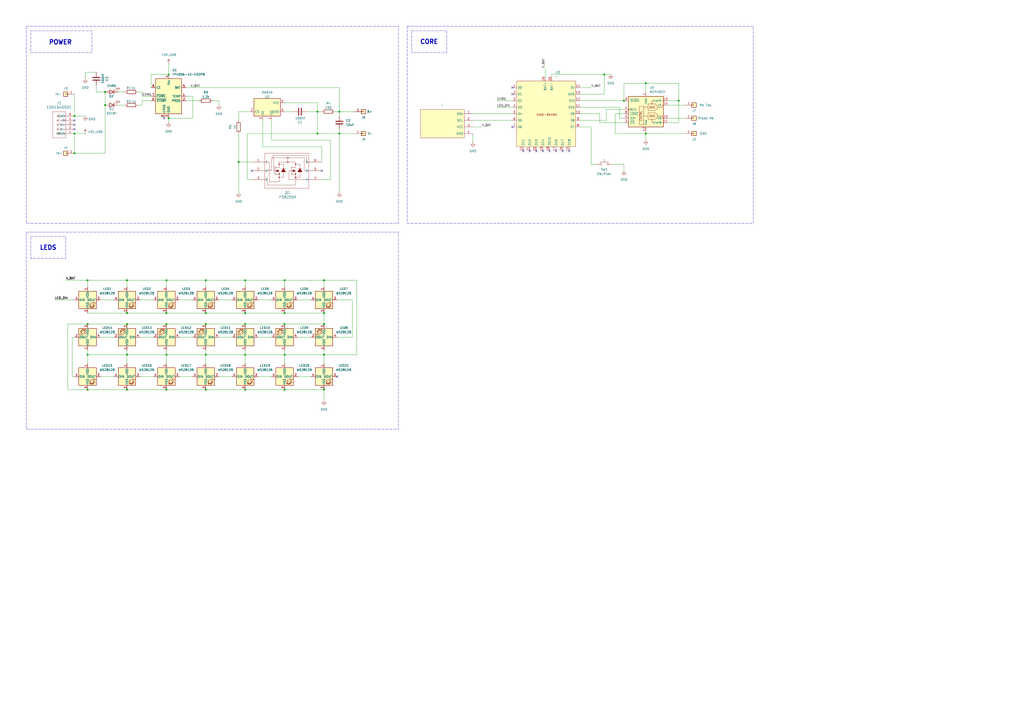
<source format=kicad_sch>
(kicad_sch (version 20250114) (generator "eeschema") (generator_version "9.0")
  (paper "A2")
  (lib_symbols
    (symbol "2025-10-19_08-54-01:1051640001" (pin_names (offset 0.254))
      (property "Reference" "J1" (at 8.89 -17.78 0))
      (property "Value" "1051640001" (at 8.89 -15.24 0))
      (symbol "1051640001_1_1"
        (pin power_out line (at 0 0 0) (length 5.08) (name "VBUS") (number "1"))
        (pin unspecified line (at 0 -2.54 0) (length 5.08) (name "D-") (number "2"))
        (pin unspecified line (at 0 -5.08 0) (length 5.08) (name "D+") (number "3"))
        (pin unspecified line (at 0 -7.62 0) (length 5.08) (name "ID") (number "4"))
        (pin power_out line (at 0 -10.16 0) (length 5.08) (name "GND") (number "5"))
      )
      (symbol "1051640001_1_2"
        (pin unspecified line (at 0 0 0) (length 5.08) (name "VBUS") (number "1"))
        (pin unspecified line (at 0 -2.54 0) (length 5.08) (name "D-") (number "2"))
        (pin unspecified line (at 0 -5.08 0) (length 5.08) (name "D+") (number "3"))
        (pin unspecified line (at 0 -7.62 0) (length 5.08) (name "ID") (number "4"))
        (pin power_out line (at 0 -10.16 0) (length 5.08) (name "GND") (number "5"))
      )
    )
    (symbol "Analog_DAC:MCP4922" (pin_names (offset 1.016))
      (property "Reference" "U" (at -1.905 10.795 0))
      (property "Value" "MCP4922" (at -1.905 8.89 0))
      (symbol "MCP4922_0_0"
        (text "CNTRL" (at -2.032 -6.731 900) (effects (font (size 1.27 1.27)) (justify left bottom)))
        (text "DAC" (at 3.81 1.27 0) (effects (font (size 1.27 1.27))))
        (text "DAC" (at 3.81 -3.81 0) (effects (font (size 1.27 1.27))))
      )
      (symbol "MCP4922_1_1"
        (pin input line (at -12.7 5.08 0) (length 2.54) (name "~{SHDN}") (number "9"))
        (pin input clock (at -12.7 0 0) (length 2.54) (name "SCK") (number "4"))
        (pin input line (at -12.7 -2.54 0) (length 2.54) (name "~{LDAC}") (number "8"))
        (pin input line (at -12.7 -5.08 0) (length 2.54) (name "SDI") (number "5"))
        (pin input line (at -12.7 -7.62 0) (length 2.54) (name "~{CS}") (number "3"))
        (pin no_connect line (at -7.62 -10.16 90) (length 2.54) (hide yes) (name "NC") (number "2"))
        (pin no_connect line (at -5.08 -10.16 90) (length 2.54) (hide yes) (name "NC") (number "6"))
        (pin no_connect line (at -2.54 -10.16 90) (length 2.54) (hide yes) (name "NC") (number "7"))
        (pin power_in line (at 0 10.16 270) (length 2.54) (name "Vdd") (number "1"))
        (pin power_in line (at 0 -12.7 90) (length 2.54) (name "Vss") (number "12"))
        (pin input line (at 12.7 5.08 180) (length 2.54) (name "VrefA") (number "13"))
        (pin output line (at 12.7 2.54 180) (length 2.54) (name "VA") (number "14"))
        (pin output line (at 12.7 -5.08 180) (length 2.54) (name "VB") (number "10"))
        (pin input line (at 12.7 -7.62 180) (length 2.54) (name "VrefB") (number "11"))
      )
    )
    (symbol "Battery_Management:DW01A"
      (property "Reference" "U" (at -6.604 6.35 0))
      (property "Value" "DW01A" (at 4.318 6.604 0))
      (symbol "DW01A_0_1"
        (pin power_in line (at -10.16 2.54 0) (length 2.54) (name "VCC") (number "5"))
        (pin power_in line (at -10.16 -2.54 0) (length 2.54) (name "GND") (number "6"))
        (pin output line (at -2.54 -7.62 90) (length 2.54) (name "OD") (number "1"))
        (pin output line (at 2.54 -7.62 90) (length 2.54) (name "OC") (number "3"))
        (pin input line (at 10.16 -2.54 180) (length 2.54) (name "CS") (number "2"))
      )
      (symbol "DW01A_1_1"
        (pin no_connect line (at 10.16 2.54 180) (length 2.54) (hide yes) (name "TD") (number "4"))
      )
    )
    (symbol "Battery_Management:TP4056-42-ESOP8"
      (property "Reference" "U" (at -6.604 11.684 0))
      (property "Value" "TP4056-42-ESOP8" (at 10.16 11.684 0))
      (symbol "TP4056-42-ESOP8_1_0"
        (pin input line (at -10.16 5.08 0) (length 2.54) (name "CE") (number "8"))
        (pin open_collector line (at -10.16 0 0) (length 2.54) (name "~{CHRG}") (number "7"))
        (pin open_collector line (at -10.16 -2.54 0) (length 2.54) (name "~{STDBY}") (number "6"))
        (pin passive line (at -2.54 -12.7 90) (length 2.54) (name "EPAD") (number "9"))
        (pin power_in line (at 0 12.7 270) (length 2.54) (name "V_{CC}") (number "4"))
        (pin power_in line (at 0 -12.7 90) (length 2.54) (name "GND") (number "3"))
        (pin power_out line (at 10.16 5.08 180) (length 2.54) (name "BAT") (number "5"))
        (pin input line (at 10.16 0 180) (length 2.54) (name "TEMP") (number "1"))
        (pin passive line (at 10.16 -2.54 180) (length 2.54) (name "PROG") (number "2"))
      )
    )
    (symbol "Conn_01x01_1" (pin_names (offset 1.016) (hide yes))
      (property "Reference" "J" (at 0 2.54 0))
      (property "Value" "Conn_01x01" (at 0 -2.54 0))
      (symbol "Conn_01x01_1_1_1"
        (pin passive line (at -5.08 0 0) (length 3.81) (name "Pin_1") (number "1"))
      )
    )
    (symbol "Device:C" (pin_numbers (hide yes)) (pin_names (offset 0.254))
      (property "Reference" "C" (at 0.635 2.54 0))
      (property "Value" "C" (at 0.635 -2.54 0))
      (symbol "C_1_1"
        (pin passive line (at 0 3.81 270) (length 2.794) (name "~") (number "1"))
        (pin passive line (at 0 -3.81 90) (length 2.794) (name "~") (number "2"))
      )
    )
    (symbol "Device:R" (pin_numbers (hide yes)) (pin_names (offset 0))
      (property "Reference" "R" (at 2.032 0 90))
      (property "Value" "R" (at 0 0 90))
      (symbol "R_1_1"
        (pin passive line (at 0 3.81 270) (length 1.27) (name "~") (number "1"))
        (pin passive line (at 0 -3.81 90) (length 1.27) (name "~") (number "2"))
      )
    )
    (symbol "FS8205A:FS8205A" (pin_names (offset 0.254))
      (property "Reference" "Q" (at 20.32 10.16 0))
      (property "Value" "FS8205A" (at 20.32 7.62 0))
      (symbol "FS8205A_0_1"
        (pin unspecified line (at 0 0 0) (length 7.62) (name "1") (number "1"))
        (pin unspecified line (at 0 -5.08 0) (length 7.62) (name "2") (number "2"))
        (pin unspecified line (at 0 -10.16 0) (length 7.62) (name "3") (number "3"))
        (pin unspecified line (at 40.64 0 180) (length 7.62) (name "6") (number "6"))
        (pin unspecified line (at 40.64 -5.08 180) (length 7.62) (name "5") (number "5"))
        (pin unspecified line (at 40.64 -10.16 180) (length 7.62) (name "4") (number "4"))
      )
    )
    (symbol "LED:IR26-21C_L110_TR8" (pin_numbers (hide yes)) (pin_names (offset 1.016) (hide yes))
      (property "Reference" "D" (at 0 2.54 0))
      (property "Value" "IR26-21C_L110_TR8" (at 0 -3.81 0))
      (symbol "IR26-21C_L110_TR8_1_1"
        (pin passive line (at -3.81 0 0) (length 2.54) (name "K") (number "1"))
        (pin passive line (at 3.81 0 180) (length 2.54) (name "A") (number "2"))
      )
    )
    (symbol "LED:WS2812B" (pin_names (offset 0.254))
      (property "Reference" "D" (at 5.08 5.715 0))
      (property "Value" "WS2812B" (at 1.27 -5.715 0))
      (symbol "WS2812B_0_0"
        (text "RGB" (at 2.286 -4.191 0) (effects (font (size 0.762 0.762))))
      )
      (symbol "WS2812B_1_1"
        (pin input line (at -7.62 0 0) (length 2.54) (name "DIN") (number "4"))
        (pin power_in line (at 0 7.62 270) (length 2.54) (name "VDD") (number "1"))
        (pin power_in line (at 0 -7.62 90) (length 2.54) (name "VSS") (number "3"))
        (pin output line (at 7.62 0 180) (length 2.54) (name "DOUT") (number "2"))
      )
    )
    (symbol "Switch:SW_Push" (pin_numbers (hide yes)) (pin_names (offset 1.016) (hide yes))
      (property "Reference" "SW" (at 1.27 2.54 0))
      (property "Value" "SW_Push" (at 0 -1.524 0))
      (symbol "SW_Push_0_1"
        (pin passive line (at -5.08 0 0) (length 2.54) (name "1") (number "1"))
        (pin passive line (at 5.08 0 180) (length 2.54) (name "2") (number "2"))
      )
    )
    (symbol "USER_LIB:OLED-Module"
      (symbol "OLED-Module_1_0"
        (pin input line (at 30.48 -5.08 180) (length 5.08) (name "SDA") (number "1"))
        (pin input line (at 30.48 -8.89 180) (length 5.08) (name "SCL") (number "2"))
        (pin input line (at 30.48 -12.7 180) (length 5.08) (name "VCC") (number "3"))
        (pin input line (at 30.48 -16.51 180) (length 5.08) (name "GND") (number "4"))
      )
    )
    (symbol "WS2812B_1" (pin_names (offset 0.254))
      (property "Reference" "D" (at 5.08 5.715 0))
      (property "Value" "WS2812B" (at 1.27 -5.715 0))
      (symbol "WS2812B_1_0_0"
        (text "RGB" (at 2.286 -4.191 0) (effects (font (size 0.762 0.762))))
      )
      (symbol "WS2812B_1_1_1"
        (pin input line (at -7.62 0 0) (length 2.54) (name "DIN") (number "4"))
        (pin power_in line (at 0 7.62 270) (length 2.54) (name "VDD") (number "1"))
        (pin power_in line (at 0 -7.62 90) (length 2.54) (name "VSS") (number "3"))
        (pin output line (at 7.62 0 180) (length 2.54) (name "DOUT") (number "2"))
      )
    )
    (symbol "XIAO:XIAO_RA4M1"
      (property "Reference" "U" (at 8.636 30.226 0))
      (symbol "XIAO_RA4M1_1_1"
        (text "XIAO-RA4M1\n" (at 25.146 8.382 0) (effects (font (size 1.27 1.27))))
        (pin bidirectional line (at 5.08 24.13 0) (length 2.54) (name "D0") (number "1"))
        (pin bidirectional line (at 5.08 20.32 0) (length 2.54) (name "D1") (number "2"))
        (pin bidirectional line (at 5.08 16.51 0) (length 2.54) (name "D2") (number "3"))
        (pin bidirectional line (at 5.08 12.7 0) (length 2.54) (name "D3") (number "4"))
        (pin bidirectional line (at 5.08 8.89 0) (length 2.54) (name "D4") (number "5"))
        (pin bidirectional line (at 5.08 5.08 0) (length 2.54) (name "D5") (number "6"))
        (pin bidirectional line (at 5.08 1.27 0) (length 2.54) (name "D6") (number "7"))
        (pin bidirectional line (at 11.43 -12.7 90) (length 2.54) (name "D11") (number "22"))
        (pin bidirectional line (at 15.24 -12.7 90) (length 2.54) (name "D12") (number "21"))
        (pin bidirectional line (at 19.05 -12.7 90) (length 2.54) (name "D13") (number "20"))
        (pin bidirectional line (at 22.86 -12.7 90) (length 2.54) (name "D14") (number "19"))
        (pin input line (at 24.13 30.48 270) (length 2.54) (name "BAT+") (number "29"))
        (pin bidirectional line (at 26.67 -12.7 90) (length 2.54) (name "2D15") (number "18"))
        (pin input line (at 27.94 30.48 270) (length 2.54) (name "BAT-") (number "30"))
        (pin bidirectional line (at 30.48 -12.7 90) (length 2.54) (name "D16") (number "17"))
        (pin bidirectional line (at 34.29 -12.7 90) (length 2.54) (name "D17") (number "16"))
        (pin bidirectional line (at 38.1 -12.7 90) (length 2.54) (name "D18") (number "15"))
        (pin power_in line (at 44.45 24.13 180) (length 2.54) (name "5V") (number "14"))
        (pin input line (at 44.45 20.32 180) (length 2.54) (name "GND") (number "13"))
        (pin power_out line (at 44.45 16.51 180) (length 2.54) (name "3V3") (number "12"))
        (pin bidirectional line (at 44.45 12.7 180) (length 2.54) (name "D10") (number "11"))
        (pin bidirectional line (at 44.45 8.89 180) (length 2.54) (name "D9") (number "10"))
        (pin bidirectional line (at 44.45 5.08 180) (length 2.54) (name "D8") (number "9"))
        (pin bidirectional line (at 44.45 1.27 180) (length 2.54) (name "D7") (number "8"))
      )
    )
    (symbol "power:+5V" (power) (pin_numbers (hide yes)) (pin_names (offset 0) (hide yes))
      (property "Value" "+5V" (at 0 3.556 0))
      (symbol "+5V_1_1"
        (pin power_in line (at 0 0 90) (length 0) (name "~") (number "1"))
      )
    )
    (symbol "power:GND" (power) (pin_numbers (hide yes)) (pin_names (offset 0) (hide yes))
      (property "Value" "GND" (at 0 -3.81 0))
      (symbol "GND_1_1"
        (pin power_in line (at 0 0 270) (length 0) (name "~") (number "1"))
      )
    )
  )
  (rectangle (start 15.24 134.62) (end 231.14 248.92) (stroke (width 0) (type dash)))
  (rectangle (start 17.78 17.78) (end 53.34 30.48) (stroke (width 0) (type dash)))
  (rectangle (start 238.76 17.78) (end 259.08 30.48) (stroke (width 0) (type dash)))
  (rectangle (start 15.24 15.24) (end 231.14 129.54) (stroke (width 0) (type dash)))
  (rectangle (start 17.78 137.16) (end 38.1 149.86) (stroke (width 0) (type dash)))
  (rectangle (start 236.22 15.24) (end 436.88 129.54) (stroke (width 0) (type dash)))
  (text "CORE" (at 248.92 24.384 0) (effects (font (size 2.54 2.54) (thickness 0.508) (bold yes))))
  (text "LEDS\n" (at 27.94 143.764 0) (effects (font (size 2.54 2.54) (thickness 0.508) (bold yes))))
  (text "POWER" (at 35.052 24.638 0) (effects (font (size 2.54 2.54) (thickness 0.508) (bold yes))))
  (junction (at 73.66 226.06))
  (junction (at 50.8 226.06))
  (junction (at 43.18 77.47))
  (junction (at 96.52 181.61))
  (junction (at 50.8 162.56))
  (junction (at 97.79 43.18))
  (junction (at 142.24 162.56))
  (junction (at 96.52 162.56))
  (junction (at 119.38 187.96))
  (junction (at 187.96 162.56))
  (junction (at 142.24 205.74))
  (junction (at 187.96 181.61))
  (junction (at 138.43 93.98))
  (junction (at 142.24 187.96))
  (junction (at 119.38 205.74))
  (junction (at 73.66 162.56))
  (junction (at 119.38 181.61))
  (junction (at 43.18 88.9))
  (junction (at 119.38 226.06))
  (junction (at 50.8 187.96))
  (junction (at 165.1 181.61))
  (junction (at 196.85 77.47))
  (junction (at 393.7 58.42))
  (junction (at 96.52 187.96))
  (junction (at 73.66 187.96))
  (junction (at 165.1 162.56))
  (junction (at 142.24 181.61))
  (junction (at 165.1 205.74))
  (junction (at 43.18 67.31))
  (junction (at 165.1 226.06))
  (junction (at 187.96 187.96))
  (junction (at 187.96 226.06))
  (junction (at 374.65 77.47))
  (junction (at 142.24 226.06))
  (junction (at 96.52 226.06))
  (junction (at 374.65 48.26))
  (junction (at 184.15 77.47))
  (junction (at 73.66 181.61))
  (junction (at 196.85 64.77))
  (junction (at 165.1 187.96))
  (junction (at 73.66 205.74))
  (junction (at 60.96 60.96))
  (junction (at 119.38 162.56))
  (junction (at 187.96 205.74))
  (junction (at 350.52 43.18))
  (junction (at 60.96 53.34))
  (junction (at 97.79 68.58))
  (junction (at 361.95 58.42))
  (junction (at 184.15 64.77))
  (junction (at 50.8 205.74))
  (junction (at 96.52 205.74))
  (no_connect (at 303.53 87.63))
  (no_connect (at 322.58 87.63))
  (no_connect (at 297.18 50.8))
  (no_connect (at 43.18 69.85))
  (no_connect (at 43.18 74.93))
  (no_connect (at 307.34 87.63))
  (no_connect (at 318.77 87.63))
  (no_connect (at 326.39 87.63))
  (no_connect (at 186.69 99.06))
  (no_connect (at 330.2 87.63))
  (no_connect (at 311.15 87.63))
  (no_connect (at 297.18 73.66))
  (no_connect (at 43.18 72.39))
  (no_connect (at 297.18 54.61))
  (no_connect (at 314.96 87.63))
  (no_connect (at 95.25 68.58))
  (no_connect (at 195.58 218.44))
  (no_connect (at 146.05 99.06))
  (wire (pts (xy 374.65 48.26) (xy 374.65 53.34)))
  (wire (pts (xy 119.38 162.56) (xy 119.38 166.37)))
  (wire (pts (xy 39.37 226.06) (xy 50.8 226.06)))
  (wire (pts (xy 142.24 162.56) (xy 142.24 166.37)))
  (wire (pts (xy 387.35 58.42) (xy 393.7 58.42)))
  (wire (pts (xy 165.1 203.2) (xy 165.1 205.74)))
  (wire (pts (xy 196.85 77.47) (xy 205.74 77.47)))
  (wire (pts (xy 157.48 81.28) (xy 191.77 81.28)))
  (wire (pts (xy 361.95 48.26) (xy 361.95 58.42)))
  (wire (pts (xy 196.85 64.77) (xy 205.74 64.77)))
  (wire (pts (xy 187.96 203.2) (xy 187.96 205.74)))
  (wire (pts (xy 165.1 64.77) (xy 170.18 64.77)))
  (wire (pts (xy 336.55 69.85) (xy 351.79 69.85)))
  (wire (pts (xy 165.1 187.96) (xy 142.24 187.96)))
  (wire (pts (xy 81.28 173.99) (xy 88.9 173.99)))
  (wire (pts (xy 191.77 81.28) (xy 191.77 104.14)))
  (wire (pts (xy 50.8 162.56) (xy 73.66 162.56)))
  (wire (pts (xy 49.53 77.47) (xy 43.18 77.47)))
  (wire (pts (xy 351.79 69.85) (xy 351.79 63.5)))
  (wire (pts (xy 274.32 66.04) (xy 297.18 66.04)))
  (wire (pts (xy 38.1 162.56) (xy 50.8 162.56)))
  (wire (pts (xy 196.85 64.77) (xy 196.85 67.31)))
  (wire (pts (xy 177.8 64.77) (xy 184.15 64.77)))
  (wire (pts (xy 165.1 59.69) (xy 184.15 59.69)))
  (wire (pts (xy 350.52 43.18) (xy 354.33 43.18)))
  (wire (pts (xy 196.85 74.93) (xy 196.85 77.47)))
  (wire (pts (xy 82.55 53.34) (xy 82.55 55.88)))
  (wire (pts (xy 172.72 218.44) (xy 180.34 218.44)))
  (wire (pts (xy 50.8 205.74) (xy 73.66 205.74)))
  (wire (pts (xy 342.9 73.66) (xy 342.9 95.25)))
  (wire (pts (xy 96.52 181.61) (xy 119.38 181.61)))
  (wire (pts (xy 196.85 77.47) (xy 184.15 77.47)))
  (wire (pts (xy 127 195.58) (xy 134.62 195.58)))
  (wire (pts (xy 81.28 195.58) (xy 88.9 195.58)))
  (wire (pts (xy 60.96 53.34) (xy 60.96 60.96)))
  (wire (pts (xy 187.96 187.96) (xy 165.1 187.96)))
  (wire (pts (xy 81.28 218.44) (xy 88.9 218.44)))
  (wire (pts (xy 82.55 58.42) (xy 82.55 60.96)))
  (wire (pts (xy 196.85 64.77) (xy 196.85 50.8)))
  (wire (pts (xy 58.42 218.44) (xy 66.04 218.44)))
  (wire (pts (xy 142.24 203.2) (xy 142.24 205.74)))
  (wire (pts (xy 58.42 195.58) (xy 66.04 195.58)))
  (wire (pts (xy 73.66 205.74) (xy 96.52 205.74)))
  (wire (pts (xy 96.52 162.56) (xy 96.52 166.37)))
  (wire (pts (xy 146.05 104.14) (xy 143.51 104.14)))
  (wire (pts (xy 68.58 60.96) (xy 72.39 60.96)))
  (wire (pts (xy 165.1 162.56) (xy 165.1 166.37)))
  (wire (pts (xy 351.79 63.5) (xy 361.95 63.5)))
  (wire (pts (xy 374.65 77.47) (xy 397.51 77.47)))
  (wire (pts (xy 73.66 162.56) (xy 96.52 162.56)))
  (wire (pts (xy 165.1 181.61) (xy 187.96 181.61)))
  (wire (pts (xy 288.29 58.42) (xy 297.18 58.42)))
  (wire (pts (xy 111.76 55.88) (xy 111.76 68.58)))
  (wire (pts (xy 356.87 77.47) (xy 374.65 77.47)))
  (wire (pts (xy 142.24 187.96) (xy 119.38 187.96)))
  (wire (pts (xy 97.79 36.83) (xy 97.79 43.18)))
  (wire (pts (xy 204.47 173.99) (xy 204.47 195.58)))
  (wire (pts (xy 55.88 53.34) (xy 60.96 53.34)))
  (wire (pts (xy 207.01 205.74) (xy 187.96 205.74)))
  (wire (pts (xy 165.1 162.56) (xy 187.96 162.56)))
  (wire (pts (xy 172.72 195.58) (xy 180.34 195.58)))
  (wire (pts (xy 96.52 162.56) (xy 119.38 162.56)))
  (wire (pts (xy 50.8 205.74) (xy 50.8 203.2)))
  (wire (pts (xy 142.24 205.74) (xy 165.1 205.74)))
  (wire (pts (xy 119.38 187.96) (xy 96.52 187.96)))
  (wire (pts (xy 187.96 226.06) (xy 187.96 232.41)))
  (wire (pts (xy 87.63 43.18) (xy 97.79 43.18)))
  (wire (pts (xy 96.52 187.96) (xy 73.66 187.96)))
  (wire (pts (xy 58.42 173.99) (xy 66.04 173.99)))
  (wire (pts (xy 165.1 205.74) (xy 165.1 210.82)))
  (wire (pts (xy 336.55 54.61) (xy 350.52 54.61)))
  (wire (pts (xy 55.88 41.91) (xy 49.53 41.91)))
  (wire (pts (xy 80.01 60.96) (xy 82.55 60.96)))
  (wire (pts (xy 119.38 203.2) (xy 119.38 205.74)))
  (wire (pts (xy 41.91 195.58) (xy 41.91 218.44)))
  (wire (pts (xy 374.65 77.47) (xy 374.65 81.28)))
  (wire (pts (xy 356.87 66.04) (xy 356.87 77.47)))
  (wire (pts (xy 142.24 205.74) (xy 142.24 210.82)))
  (wire (pts (xy 196.85 50.8) (xy 107.95 50.8)))
  (wire (pts (xy 336.55 50.8) (xy 342.9 50.8)))
  (wire (pts (xy 350.52 54.61) (xy 350.52 43.18)))
  (wire (pts (xy 50.8 226.06) (xy 73.66 226.06)))
  (wire (pts (xy 43.18 88.9) (xy 43.18 77.47)))
  (wire (pts (xy 187.96 162.56) (xy 207.01 162.56)))
  (wire (pts (xy 138.43 93.98) (xy 138.43 111.76)))
  (wire (pts (xy 187.96 181.61) (xy 187.96 187.96)))
  (wire (pts (xy 320.04 43.18) (xy 350.52 43.18)))
  (wire (pts (xy 68.58 53.34) (xy 72.39 53.34)))
  (wire (pts (xy 393.7 71.12) (xy 393.7 58.42)))
  (wire (pts (xy 143.51 104.14) (xy 143.51 77.47)))
  (wire (pts (xy 119.38 205.74) (xy 119.38 210.82)))
  (wire (pts (xy 374.65 76.2) (xy 374.65 77.47)))
  (wire (pts (xy 359.41 62.23) (xy 359.41 68.58)))
  (wire (pts (xy 336.55 73.66) (xy 342.9 73.66)))
  (wire (pts (xy 361.95 95.25) (xy 361.95 99.06)))
  (wire (pts (xy 387.35 60.96) (xy 397.51 60.96)))
  (wire (pts (xy 43.18 67.31) (xy 49.53 67.31)))
  (wire (pts (xy 31.75 173.99) (xy 43.18 173.99)))
  (wire (pts (xy 393.7 48.26) (xy 374.65 48.26)))
  (wire (pts (xy 186.69 85.09) (xy 186.69 93.98)))
  (wire (pts (xy 187.96 166.37) (xy 187.96 162.56)))
  (wire (pts (xy 73.66 162.56) (xy 73.66 166.37)))
  (wire (pts (xy 127 218.44) (xy 134.62 218.44)))
  (wire (pts (xy 387.35 68.58) (xy 397.51 68.58)))
  (wire (pts (xy 387.35 71.12) (xy 393.7 71.12)))
  (wire (pts (xy 165.1 226.06) (xy 187.96 226.06)))
  (wire (pts (xy 96.52 226.06) (xy 119.38 226.06)))
  (wire (pts (xy 43.18 54.61) (xy 43.18 67.31)))
  (wire (pts (xy 172.72 173.99) (xy 180.34 173.99)))
  (wire (pts (xy 111.76 68.58) (xy 97.79 68.58)))
  (wire (pts (xy 342.9 95.25) (xy 345.44 95.25)))
  (wire (pts (xy 82.55 55.88) (xy 87.63 55.88)))
  (wire (pts (xy 347.98 66.04) (xy 347.98 71.12)))
  (wire (pts (xy 142.24 226.06) (xy 165.1 226.06)))
  (wire (pts (xy 336.55 66.04) (xy 347.98 66.04)))
  (wire (pts (xy 96.52 203.2) (xy 96.52 205.74)))
  (wire (pts (xy 152.4 85.09) (xy 186.69 85.09)))
  (wire (pts (xy 43.18 195.58) (xy 41.91 195.58)))
  (wire (pts (xy 55.88 49.53) (xy 55.88 53.34)))
  (wire (pts (xy 73.66 226.06) (xy 96.52 226.06)))
  (wire (pts (xy 104.14 173.99) (xy 111.76 173.99)))
  (wire (pts (xy 60.96 60.96) (xy 60.96 88.9)))
  (wire (pts (xy 347.98 71.12) (xy 361.95 71.12)))
  (wire (pts (xy 43.18 88.9) (xy 60.96 88.9)))
  (wire (pts (xy 119.38 226.06) (xy 142.24 226.06)))
  (wire (pts (xy 50.8 205.74) (xy 50.8 210.82)))
  (wire (pts (xy 149.86 173.99) (xy 157.48 173.99)))
  (wire (pts (xy 97.79 68.58) (xy 97.79 71.12)))
  (wire (pts (xy 336.55 58.42) (xy 361.95 58.42)))
  (wire (pts (xy 149.86 195.58) (xy 157.48 195.58)))
  (wire (pts (xy 184.15 64.77) (xy 186.69 64.77)))
  (wire (pts (xy 123.19 58.42) (xy 127 58.42)))
  (wire (pts (xy 187.96 205.74) (xy 187.96 210.82)))
  (wire (pts (xy 191.77 104.14) (xy 186.69 104.14)))
  (wire (pts (xy 274.32 77.47) (xy 274.32 82.55)))
  (wire (pts (xy 320.04 44.45) (xy 320.04 43.18)))
  (wire (pts (xy 87.63 58.42) (xy 82.55 58.42)))
  (wire (pts (xy 288.29 62.23) (xy 297.18 62.23)))
  (wire (pts (xy 336.55 62.23) (xy 359.41 62.23)))
  (wire (pts (xy 142.24 181.61) (xy 165.1 181.61)))
  (wire (pts (xy 107.95 55.88) (xy 111.76 55.88)))
  (wire (pts (xy 41.91 218.44) (xy 43.18 218.44)))
  (wire (pts (xy 184.15 64.77) (xy 184.15 77.47)))
  (wire (pts (xy 157.48 81.28) (xy 157.48 69.85)))
  (wire (pts (xy 50.8 187.96) (xy 39.37 187.96)))
  (wire (pts (xy 119.38 181.61) (xy 142.24 181.61)))
  (wire (pts (xy 204.47 195.58) (xy 195.58 195.58)))
  (wire (pts (xy 393.7 58.42) (xy 393.7 48.26)))
  (wire (pts (xy 104.14 195.58) (xy 111.76 195.58)))
  (wire (pts (xy 143.51 77.47) (xy 184.15 77.47)))
  (wire (pts (xy 80.01 53.34) (xy 82.55 53.34)))
  (wire (pts (xy 359.41 68.58) (xy 361.95 68.58)))
  (wire (pts (xy 50.8 162.56) (xy 50.8 166.37)))
  (wire (pts (xy 194.31 64.77) (xy 196.85 64.77)))
  (wire (pts (xy 374.65 48.26) (xy 361.95 48.26)))
  (wire (pts (xy 207.01 162.56) (xy 207.01 205.74)))
  (wire (pts (xy 127 58.42) (xy 127 60.96)))
  (wire (pts (xy 355.6 95.25) (xy 361.95 95.25)))
  (wire (pts (xy 50.8 181.61) (xy 73.66 181.61)))
  (wire (pts (xy 119.38 162.56) (xy 142.24 162.56)))
  (wire (pts (xy 73.66 203.2) (xy 73.66 205.74)))
  (wire (pts (xy 187.96 205.74) (xy 165.1 205.74)))
  (wire (pts (xy 138.43 64.77) (xy 138.43 69.85)))
  (wire (pts (xy 196.85 77.47) (xy 196.85 111.76)))
  (wire (pts (xy 127 173.99) (xy 134.62 173.99)))
  (wire (pts (xy 39.37 187.96) (xy 39.37 226.06)))
  (wire (pts (xy 142.24 162.56) (xy 165.1 162.56)))
  (wire (pts (xy 361.95 66.04) (xy 356.87 66.04)))
  (wire (pts (xy 49.53 41.91) (xy 49.53 45.72)))
  (wire (pts (xy 96.52 205.74) (xy 119.38 205.74)))
  (wire (pts (xy 73.66 181.61) (xy 96.52 181.61)))
  (wire (pts (xy 119.38 205.74) (xy 142.24 205.74)))
  (wire (pts (xy 149.86 218.44) (xy 157.48 218.44)))
  (wire (pts (xy 96.52 205.74) (xy 96.52 210.82)))
  (wire (pts (xy 73.66 205.74) (xy 73.66 210.82)))
  (wire (pts (xy 274.32 73.66) (xy 279.4 73.66)))
  (wire (pts (xy 107.95 58.42) (xy 115.57 58.42)))
  (wire (pts (xy 195.58 173.99) (xy 204.47 173.99)))
  (wire (pts (xy 316.23 39.37) (xy 316.23 44.45)))
  (wire (pts (xy 138.43 93.98) (xy 146.05 93.98)))
  (wire (pts (xy 152.4 69.85) (xy 152.4 85.09)))
  (wire (pts (xy 87.63 50.8) (xy 87.63 43.18)))
  (wire (pts (xy 274.32 69.85) (xy 297.18 69.85)))
  (wire (pts (xy 104.14 218.44) (xy 111.76 218.44)))
  (wire (pts (xy 138.43 77.47) (xy 138.43 93.98)))
  (wire (pts (xy 144.78 64.77) (xy 138.43 64.77)))
  (wire (pts (xy 184.15 59.69) (xy 184.15 64.77)))
  (wire (pts (xy 73.66 187.96) (xy 50.8 187.96)))
  (label "V_BAT" (at 316.23 39.37 90))
  (label "LED_Din" (at 288.29 62.23 0))
  (label "V_BAT" (at 279.4 73.66 0))
  (label "V_BAT" (at 38.1 162.56 0) (effects (font (thickness 0.254) (bold yes))))
  (label "V_BAT" (at 110.49 50.8 0))
  (label "CHRG" (at 288.29 58.42 0))
  (label "LED_Din" (at 31.75 173.99 0) (effects (font (thickness 0.254) (bold yes))))
  (label "V_BAT" (at 342.9 50.8 0))
  (label "CHRG" (at 82.55 55.88 0))
  (symbol (lib_id "2025-10-19_08-54-01:1051640001") (at 43.18 77.47 180) (unit 1)
    (property "Reference" "J1" (at 34.29 59.69 0) (effects (font (size 1.524 1.524))))
    (property "Value" "1051640001" (at 34.29 62.23 0) (effects (font (size 1.524 1.524))))
    (property "Footprint" "1051640001:MICRO-USB-SMD_5P-P0.65-H-F_105164-0001" (effects (hide yes)))
    (property "Datasheet" "https://www.molex.com/en-us/products/part-detail-pdf/1051640001?display=pdf" (effects (hide yes)))
  )
  (symbol (lib_id "LED:WS2812B") (at 165.1 173.99 0) (unit 1)
    (property "Reference" "LED6" (at 176.53 167.5698 0))
    (property "Value" "WS2812B" (at 176.53 170.1098 0))
    (property "Footprint" "EasyEda-Import:LED-SMD_4P-L5.0-W5.0-TL_WS2812B-B" (effects (hide yes)))
    (property "Datasheet" "https://cdn-shop.adafruit.com/datasheets/WS2812B.pdf" (effects (hide yes)))
    (property "Description" "RGB LED with integrated controller" (effects (hide yes)))
  )
  (symbol (lib_id "LED:WS2812B") (at 50.8 173.99 0) (unit 1)
    (property "Reference" "LED1" (at 62.23 167.5698 0))
    (property "Value" "WS2812B" (at 62.23 170.1098 0))
    (property "Footprint" "EasyEda-Import:LED-SMD_4P-L5.0-W5.0-TL_WS2812B-B" (effects (hide yes)))
    (property "Datasheet" "https://cdn-shop.adafruit.com/datasheets/WS2812B.pdf" (effects (hide yes)))
    (property "Description" "RGB LED with integrated controller" (effects (hide yes)))
  )
  (symbol (lib_id "power:+5V") (at 49.53 77.47 0) (unit 1)
    (property "Reference" "#PWR02" (effects (hide yes)))
    (property "Value" "+5V_USB" (at 55.118 76.454 0))
    (property "Description" "Power symbol creates a global label with name \"+5V\"" (effects (hide yes)))
  )
  (symbol (lib_id "LED:WS2812B") (at 142.24 218.44 0) (unit 1)
    (property "Reference" "LED19" (at 153.67 212.0198 0))
    (property "Value" "WS2812B" (at 153.67 214.5598 0))
    (property "Footprint" "EasyEda-Import:LED-SMD_4P-L5.0-W5.0-TL_WS2812B-B" (effects (hide yes)))
    (property "Datasheet" "https://cdn-shop.adafruit.com/datasheets/WS2812B.pdf" (effects (hide yes)))
    (property "Description" "RGB LED with integrated controller" (effects (hide yes)))
  )
  (symbol (lib_id "power:GND") (at 49.53 67.31 0) (unit 1)
    (property "Reference" "#PWR01" (effects (hide yes)))
    (property "Value" "GND" (at 53.34 69.088 0))
    (property "Description" "Power symbol creates a global label with name \"GND\" , ground" (effects (hide yes)))
  )
  (symbol (lib_id "XIAO:XIAO_RA4M1") (at 292.1 74.93 0) (unit 1)
    (property "Reference" "U3" (at 322.1833 41.91 0) (effects (justify left)))
    (property "Value" "~" (at 322.1833 44.45 0) (effects (justify left)))
    (property "Footprint" "XIAO-RA4M1-SMD:XIAO-RA4M1-SMD" (effects (hide yes)))
  )
  (symbol (lib_id "power:GND") (at 374.65 81.28 0) (unit 1)
    (property "Reference" "#PWR011" (effects (hide yes)))
    (property "Value" "GND" (at 374.65 86.36 0))
    (property "Description" "Power symbol creates a global label with name \"GND\" , ground" (effects (hide yes)))
  )
  (symbol (lib_name "WS2812B_1") (lib_id "LED:WS2812B") (at 50.8 218.44 0) (unit 1)
    (property "Reference" "LED15" (at 62.23 212.0198 0))
    (property "Value" "WS2812B" (at 62.23 214.5598 0))
    (property "Footprint" "EasyEda-Import:LED-SMD_4P-L5.0-W5.0-TL_WS2812B-B" (effects (hide yes)))
    (property "Datasheet" "https://cdn-shop.adafruit.com/datasheets/WS2812B.pdf" (effects (hide yes)))
    (property "Description" "RGB LED with integrated controller" (effects (hide yes)))
  )
  (symbol (lib_id "Device:R") (at 138.43 73.66 180) (unit 1)
    (property "Reference" "R5" (at 133.604 73.66 90))
    (property "Value" "1k" (at 136.144 73.66 90))
    (property "Footprint" "Resistor_SMD:R_1206_3216Metric_Pad1.30x1.75mm_HandSolder" (effects (hide yes)))
    (property "Description" "Resistor" (effects (hide yes)))
  )
  (symbol (lib_id "power:GND") (at 274.32 82.55 0) (unit 1)
    (property "Reference" "#PWR08" (effects (hide yes)))
    (property "Value" "GND" (at 274.32 87.63 0))
    (property "Description" "Power symbol creates a global label with name \"GND\" , ground" (effects (hide yes)))
  )
  (symbol (lib_id "power:GND") (at 49.53 45.72 0) (unit 1)
    (property "Reference" "#PWR013" (effects (hide yes)))
    (property "Value" "GND" (at 49.53 50.8 0))
    (property "Description" "Power symbol creates a global label with name \"GND\" , ground" (effects (hide yes)))
  )
  (symbol (lib_id "LED:WS2812B") (at 96.52 218.44 0) (unit 1)
    (property "Reference" "LED17" (at 107.95 212.0198 0))
    (property "Value" "WS2812B" (at 107.95 214.5598 0))
    (property "Footprint" "EasyEda-Import:LED-SMD_4P-L5.0-W5.0-TL_WS2812B-B" (effects (hide yes)))
    (property "Datasheet" "https://cdn-shop.adafruit.com/datasheets/WS2812B.pdf" (effects (hide yes)))
    (property "Description" "RGB LED with integrated controller" (effects (hide yes)))
  )
  (symbol (lib_id "Analog_DAC:MCP4922") (at 374.65 63.5 0) (unit 1)
    (property "Reference" "U5" (at 376.7933 50.8 0) (effects (justify left)))
    (property "Value" "MCP4922" (at 376.7933 53.34 0) (effects (justify left)))
    (property "Footprint" "Package_SO:SOIC-14_3.9x8.7mm_P1.27mm" (effects (hide yes)))
    (property "Datasheet" "http://ww1.microchip.com/downloads/en/DeviceDoc/22250A.pdf" (effects (hide yes)))
    (property "Description" "2-Channel 12-Bit D/A Converters with SPI Interface" (effects (hide yes)))
  )
  (symbol (lib_id "LED:WS2812B") (at 165.1 195.58 180) (unit 1)
    (property "Reference" "LED9" (at 176.53 190.1346 0))
    (property "Value" "WS2812B" (at 176.53 192.6746 0))
    (property "Footprint" "EasyEda-Import:LED-SMD_4P-L5.0-W5.0-TL_WS2812B-B" (effects (hide yes)))
    (property "Datasheet" "https://cdn-shop.adafruit.com/datasheets/WS2812B.pdf" (effects (hide yes)))
    (property "Description" "RGB LED with integrated controller" (effects (hide yes)))
  )
  (symbol (lib_name "Conn_01x01_1") (lib_id "Connector_Generic:Conn_01x01") (at 402.59 60.96 0) (unit 1)
    (property "Reference" "J7" (at 402.59 64.262 0))
    (property "Value" "Me Too" (at 409.194 60.96 0))
    (property "Footprint" "Connector_PinHeader_2.54mm:PinHeader_1x01_P2.54mm_Vertical" (effects (hide yes)))
    (property "Description" "Generic connector, single row, 01x01, script generated (kicad-library-utils/schlib/autogen/connector/)" (effects (hide yes)))
  )
  (symbol (lib_name "Conn_01x01_1") (lib_id "Connector_Generic:Conn_01x01") (at 38.1 88.9 180) (unit 1)
    (property "Reference" "J4" (at 38.1 85.598 0))
    (property "Value" "IN+" (at 34.29 88.9 0))
    (property "Footprint" "Connector_Wire:SolderWirePad_1x01_SMD_2x4mm" (effects (hide yes)))
    (property "Description" "Generic connector, single row, 01x01, script generated (kicad-library-utils/schlib/autogen/connector/)" (effects (hide yes)))
  )
  (symbol (lib_name "Conn_01x01_1") (lib_id "Connector_Generic:Conn_01x01") (at 210.82 64.77 0) (unit 1)
    (property "Reference" "J5" (at 210.82 68.072 0))
    (property "Value" "B+" (at 214.376 64.77 0))
    (property "Footprint" "Connector_Wire:SolderWirePad_1x01_SMD_2x4mm" (effects (hide yes)))
    (property "Description" "Generic connector, single row, 01x01, script generated (kicad-library-utils/schlib/autogen/connector/)" (effects (hide yes)))
  )
  (symbol (lib_id "Device:R") (at 119.38 58.42 90) (unit 1)
    (property "Reference" "R3" (at 119.38 53.594 90))
    (property "Value" "1.2k" (at 119.38 56.134 90))
    (property "Footprint" "Resistor_SMD:R_1206_3216Metric_Pad1.30x1.75mm_HandSolder" (effects (hide yes)))
    (property "Description" "Resistor" (effects (hide yes)))
  )
  (symbol (lib_id "LED:WS2812B") (at 73.66 195.58 180) (unit 1)
    (property "Reference" "LED13" (at 85.09 190.1346 0))
    (property "Value" "WS2812B" (at 85.09 192.6746 0))
    (property "Footprint" "EasyEda-Import:LED-SMD_4P-L5.0-W5.0-TL_WS2812B-B" (effects (hide yes)))
    (property "Datasheet" "https://cdn-shop.adafruit.com/datasheets/WS2812B.pdf" (effects (hide yes)))
    (property "Description" "RGB LED with integrated controller" (effects (hide yes)))
  )
  (symbol (lib_id "Device:C") (at 55.88 45.72 180) (unit 1)
    (property "Reference" "C3" (at 61.976 45.72 90))
    (property "Value" "100nF" (at 59.69 45.466 90))
    (property "Footprint" "Capacitor_SMD:C_1206_3216Metric_Pad1.33x1.80mm_HandSolder" (effects (hide yes)))
    (property "Description" "Unpolarized capacitor" (effects (hide yes)))
  )
  (symbol (lib_id "Battery_Management:TP4056-42-ESOP8") (at 97.79 55.88 0) (unit 1)
    (property "Reference" "U1" (at 99.9333 40.64 0) (effects (justify left)))
    (property "Value" "TP4056-42-ESOP8" (at 99.9333 43.18 0) (effects (justify left)))
    (property "Footprint" "Package_SO:SOIC-8-1EP_3.9x4.9mm_P1.27mm_EP2.41x3.3mm_ThermalVias" (effects (hide yes)))
    (property "Datasheet" "https://www.lcsc.com/datasheet/lcsc_datasheet_2410121619_TOPPOWER-Nanjing-Extension-Microelectronics-TP4056-42-ESOP8_C16581.pdf" (effects (hide yes)))
    (property "Description" "1A Standalone Linear Li-ion/LiPo single-cell battery charger, 4.2V ±1% charge voltage, VCC = 4.0..8.0V, SOIC-8 (SOP-8)" (effects (hide yes)))
  )
  (symbol (lib_id "Device:R") (at 190.5 64.77 90) (unit 1)
    (property "Reference" "R4" (at 190.5 59.944 90))
    (property "Value" "100" (at 190.5 62.484 90))
    (property "Footprint" "Resistor_SMD:R_1206_3216Metric_Pad1.30x1.75mm_HandSolder" (effects (hide yes)))
    (property "Description" "Resistor" (effects (hide yes)))
  )
  (symbol (lib_id "LED:WS2812B") (at 96.52 195.58 180) (unit 1)
    (property "Reference" "LED12" (at 107.95 190.1346 0))
    (property "Value" "WS2812B" (at 107.95 192.6746 0))
    (property "Footprint" "EasyEda-Import:LED-SMD_4P-L5.0-W5.0-TL_WS2812B-B" (effects (hide yes)))
    (property "Datasheet" "https://cdn-shop.adafruit.com/datasheets/WS2812B.pdf" (effects (hide yes)))
    (property "Description" "RGB LED with integrated controller" (effects (hide yes)))
  )
  (symbol (lib_id "LED:WS2812B") (at 96.52 173.99 0) (unit 1)
    (property "Reference" "LED3" (at 107.95 167.5698 0))
    (property "Value" "WS2812B" (at 107.95 170.1098 0))
    (property "Footprint" "EasyEda-Import:LED-SMD_4P-L5.0-W5.0-TL_WS2812B-B" (effects (hide yes)))
    (property "Datasheet" "https://cdn-shop.adafruit.com/datasheets/WS2812B.pdf" (effects (hide yes)))
    (property "Description" "RGB LED with integrated controller" (effects (hide yes)))
  )
  (symbol (lib_id "LED:WS2812B") (at 73.66 173.99 0) (unit 1)
    (property "Reference" "LED2" (at 85.09 167.5698 0))
    (property "Value" "WS2812B" (at 85.09 170.1098 0))
    (property "Footprint" "EasyEda-Import:LED-SMD_4P-L5.0-W5.0-TL_WS2812B-B" (effects (hide yes)))
    (property "Datasheet" "https://cdn-shop.adafruit.com/datasheets/WS2812B.pdf" (effects (hide yes)))
    (property "Description" "RGB LED with integrated controller" (effects (hide yes)))
  )
  (symbol (lib_name "Conn_01x01_1") (lib_id "Connector_Generic:Conn_01x01") (at 402.59 68.58 0) (unit 1)
    (property "Reference" "J8" (at 402.59 71.882 0))
    (property "Value" "Probe Me" (at 409.448 68.58 0))
    (property "Footprint" "Connector_PinHeader_2.54mm:PinHeader_1x01_P2.54mm_Vertical" (effects (hide yes)))
    (property "Description" "Generic connector, single row, 01x01, script generated (kicad-library-utils/schlib/autogen/connector/)" (effects (hide yes)))
  )
  (symbol (lib_id "Device:R") (at 76.2 60.96 90) (unit 1)
    (property "Reference" "R2" (at 74.676 58.928 90))
    (property "Value" "1k" (at 77.724 58.928 90))
    (property "Footprint" "Resistor_SMD:R_1206_3216Metric_Pad1.30x1.75mm_HandSolder" (effects (hide yes)))
    (property "Description" "Resistor" (effects (hide yes)))
  )
  (symbol (lib_id "power:GND") (at 196.85 111.76 0) (unit 1)
    (property "Reference" "#PWR07" (effects (hide yes)))
    (property "Value" "GND" (at 196.85 116.84 0))
    (property "Description" "Power symbol creates a global label with name \"GND\" , ground" (effects (hide yes)))
  )
  (symbol (lib_name "Conn_01x01_1") (lib_id "Connector_Generic:Conn_01x01") (at 210.82 77.47 0) (unit 1)
    (property "Reference" "J6" (at 210.82 80.772 0))
    (property "Value" "B-" (at 214.884 77.47 0))
    (property "Footprint" "Connector_Wire:SolderWirePad_1x01_SMD_2x4mm" (effects (hide yes)))
    (property "Description" "Generic connector, single row, 01x01, script generated (kicad-library-utils/schlib/autogen/connector/)" (effects (hide yes)))
  )
  (symbol (lib_id "LED:WS2812B") (at 119.38 195.58 180) (unit 1)
    (property "Reference" "LED11" (at 130.81 190.1346 0))
    (property "Value" "WS2812B" (at 130.81 192.6746 0))
    (property "Footprint" "EasyEda-Import:LED-SMD_4P-L5.0-W5.0-TL_WS2812B-B" (effects (hide yes)))
    (property "Datasheet" "https://cdn-shop.adafruit.com/datasheets/WS2812B.pdf" (effects (hide yes)))
    (property "Description" "RGB LED with integrated controller" (effects (hide yes)))
  )
  (symbol (lib_id "LED:WS2812B") (at 187.96 195.58 180) (unit 1)
    (property "Reference" "LED8" (at 199.39 190.1346 0))
    (property "Value" "WS2812B" (at 199.39 192.6746 0))
    (property "Footprint" "EasyEda-Import:LED-SMD_4P-L5.0-W5.0-TL_WS2812B-B" (effects (hide yes)))
    (property "Datasheet" "https://cdn-shop.adafruit.com/datasheets/WS2812B.pdf" (effects (hide yes)))
    (property "Description" "RGB LED with integrated controller" (effects (hide yes)))
  )
  (symbol (lib_name "Conn_01x01_1") (lib_id "Connector_Generic:Conn_01x01") (at 38.1 54.61 180) (unit 1)
    (property "Reference" "J3" (at 38.1 51.308 0))
    (property "Value" "IN-" (at 33.782 54.61 0))
    (property "Footprint" "Connector_Wire:SolderWirePad_1x01_SMD_2x4mm" (effects (hide yes)))
    (property "Description" "Generic connector, single row, 01x01, script generated (kicad-library-utils/schlib/autogen/connector/)" (effects (hide yes)))
  )
  (symbol (lib_id "power:GND") (at 361.95 99.06 0) (unit 1)
    (property "Reference" "#PWR010" (effects (hide yes)))
    (property "Value" "GND" (at 361.95 104.14 0))
    (property "Description" "Power symbol creates a global label with name \"GND\" , ground" (effects (hide yes)))
  )
  (symbol (lib_id "Device:C") (at 173.99 64.77 90) (unit 1)
    (property "Reference" "C1" (at 173.99 70.866 90))
    (property "Value" "100nF" (at 174.244 68.58 90))
    (property "Footprint" "Capacitor_SMD:C_1206_3216Metric_Pad1.33x1.80mm_HandSolder" (effects (hide yes)))
    (property "Description" "Unpolarized capacitor" (effects (hide yes)))
  )
  (symbol (lib_id "power:+5V") (at 97.79 36.83 0) (unit 1)
    (property "Reference" "#PWR04" (effects (hide yes)))
    (property "Value" "+5V_USB" (at 97.79 31.75 0))
    (property "Description" "Power symbol creates a global label with name \"+5V\"" (effects (hide yes)))
  )
  (symbol (lib_id "Device:C") (at 196.85 71.12 180) (unit 1)
    (property "Reference" "C2" (at 200.66 69.8499 0) (effects (justify right)))
    (property "Value" "10uF" (at 200.66 72.3899 0) (effects (justify right)))
    (property "Footprint" "Capacitor_SMD:C_1206_3216Metric_Pad1.33x1.80mm_HandSolder" (effects (hide yes)))
    (property "Description" "Unpolarized capacitor" (effects (hide yes)))
  )
  (symbol (lib_id "LED:IR26-21C_L110_TR8") (at 64.77 53.34 180) (unit 1)
    (property "Reference" "D2" (at 64.516 55.88 0))
    (property "Value" "CHRG" (at 64.77 49.784 0))
    (property "Footprint" "LED_SMD:LED_1206_3216Metric" (effects (hide yes)))
    (property "Datasheet" "http://www.everlight.com/file/ProductFile/IR26-21C-L110-TR8.pdf" (effects (hide yes)))
    (property "Description" "940nm, 20 deg, Infrared LED, 1206" (effects (hide yes)))
  )
  (symbol (lib_id "LED:IR26-21C_L110_TR8") (at 64.77 60.96 180) (unit 1)
    (property "Reference" "D1" (at 64.77 63.246 0))
    (property "Value" "SDTBY" (at 64.77 65.786 0))
    (property "Footprint" "LED_SMD:LED_1206_3216Metric" (effects (hide yes)))
    (property "Datasheet" "http://www.everlight.com/file/ProductFile/IR26-21C-L110-TR8.pdf" (effects (hide yes)))
    (property "Description" "940nm, 20 deg, Infrared LED, 1206" (effects (hide yes)))
  )
  (symbol (lib_id "LED:WS2812B") (at 119.38 173.99 0) (unit 1)
    (property "Reference" "LED4" (at 130.81 167.5698 0))
    (property "Value" "WS2812B" (at 130.81 170.1098 0))
    (property "Footprint" "EasyEda-Import:LED-SMD_4P-L5.0-W5.0-TL_WS2812B-B" (effects (hide yes)))
    (property "Datasheet" "https://cdn-shop.adafruit.com/datasheets/WS2812B.pdf" (effects (hide yes)))
    (property "Description" "RGB LED with integrated controller" (effects (hide yes)))
  )
  (symbol (lib_id "power:GND") (at 138.43 111.76 0) (unit 1)
    (property "Reference" "#PWR06" (effects (hide yes)))
    (property "Value" "GND" (at 138.43 116.84 0))
    (property "Description" "Power symbol creates a global label with name \"GND\" , ground" (effects (hide yes)))
  )
  (symbol (lib_name "Conn_01x01_1") (lib_id "Connector_Generic:Conn_01x01") (at 402.59 77.47 0) (unit 1)
    (property "Reference" "J2" (at 402.59 80.772 0))
    (property "Value" "GND" (at 407.924 77.47 0))
    (property "Footprint" "Connector_PinHeader_2.54mm:PinHeader_1x01_P2.54mm_Vertical" (effects (hide yes)))
    (property "Description" "Generic connector, single row, 01x01, script generated (kicad-library-utils/schlib/autogen/connector/)" (effects (hide yes)))
  )
  (symbol (lib_id "LED:WS2812B") (at 142.24 173.99 0) (unit 1)
    (property "Reference" "LED5" (at 153.67 167.5698 0))
    (property "Value" "WS2812B" (at 153.67 170.1098 0))
    (property "Footprint" "EasyEda-Import:LED-SMD_4P-L5.0-W5.0-TL_WS2812B-B" (effects (hide yes)))
    (property "Datasheet" "https://cdn-shop.adafruit.com/datasheets/WS2812B.pdf" (effects (hide yes)))
    (property "Description" "RGB LED with integrated controller" (effects (hide yes)))
  )
  (symbol (lib_id "FS8205A:FS8205A") (at 146.05 93.98 0) (unit 1)
    (property "Reference" "Q1" (at 166.878 111.76 0) (effects (font (size 1.524 1.524))))
    (property "Value" "FS8205A" (at 166.878 114.3 0) (effects (font (size 1.524 1.524))))
    (property "Footprint" "FS8205A:SOT-23-6L_TCP" (effects (hide yes)))
    (property "Datasheet" "FS8205A" (effects (hide yes)))
  )
  (symbol (lib_id "LED:WS2812B") (at 119.38 218.44 0) (unit 1)
    (property "Reference" "LED18" (at 130.81 212.0198 0))
    (property "Value" "WS2812B" (at 130.81 214.5598 0))
    (property "Footprint" "EasyEda-Import:LED-SMD_4P-L5.0-W5.0-TL_WS2812B-B" (effects (hide yes)))
    (property "Datasheet" "https://cdn-shop.adafruit.com/datasheets/WS2812B.pdf" (effects (hide yes)))
    (property "Description" "RGB LED with integrated controller" (effects (hide yes)))
  )
  (symbol (lib_id "Switch:SW_Push") (at 350.52 95.25 0) (mirror y) (unit 1)
    (property "Reference" "SW1" (at 350.52 98.298 0))
    (property "Value" "SW_Push" (at 350.52 100.838 0))
    (property "Footprint" "Button:SW-SMD_4P-L4.5-W4.5-P3.00-LS7.0" (effects (hide yes)))
    (property "Description" "Push button switch, generic, two pins" (effects (hide yes)))
  )
  (symbol (lib_id "LED:WS2812B") (at 187.96 173.99 0) (unit 1)
    (property "Reference" "LED7" (at 199.39 167.5698 0))
    (property "Value" "WS2812B" (at 199.39 170.1098 0))
    (property "Footprint" "EasyEda-Import:LED-SMD_4P-L5.0-W5.0-TL_WS2812B-B" (effects (hide yes)))
    (property "Datasheet" "https://cdn-shop.adafruit.com/datasheets/WS2812B.pdf" (effects (hide yes)))
    (property "Description" "RGB LED with integrated controller" (effects (hide yes)))
  )
  (symbol (lib_id "USER_LIB:OLED-Module") (at 243.84 60.96 0) (unit 1)
    (property "Reference" "U4" (effects (hide yes)))
    (property "Value" "~" (at 256.54 60.96 0))
    (property "Footprint" "Displays:128x32-OLED-Module" (effects (hide yes)))
  )
  (symbol (lib_id "power:GND") (at 97.79 71.12 0) (unit 1)
    (property "Reference" "#PWR03" (effects (hide yes)))
    (property "Value" "GND" (at 97.79 76.2 0))
    (property "Description" "Power symbol creates a global label with name \"GND\" , ground" (effects (hide yes)))
  )
  (symbol (lib_id "LED:WS2812B") (at 50.8 195.58 180) (unit 1)
    (property "Reference" "LED14" (at 62.23 190.1346 0))
    (property "Value" "WS2812B" (at 62.23 192.6746 0))
    (property "Footprint" "EasyEda-Import:LED-SMD_4P-L5.0-W5.0-TL_WS2812B-B" (effects (hide yes)))
    (property "Datasheet" "https://cdn-shop.adafruit.com/datasheets/WS2812B.pdf" (effects (hide yes)))
    (property "Description" "RGB LED with integrated controller" (effects (hide yes)))
  )
  (symbol (lib_id "Device:R") (at 76.2 53.34 90) (unit 1)
    (property "Reference" "R1" (at 74.676 51.054 90))
    (property "Value" "1k" (at 77.47 51.054 90))
    (property "Footprint" "Resistor_SMD:R_1206_3216Metric_Pad1.30x1.75mm_HandSolder" (effects (hide yes)))
    (property "Description" "Resistor" (effects (hide yes)))
  )
  (symbol (lib_id "Battery_Management:DW01A") (at 154.94 62.23 0) (mirror y) (unit 1)
    (property "Reference" "U2" (at 154.94 56.134 0))
    (property "Value" "DW01A" (at 154.94 53.594 0))
    (property "Footprint" "Package_TO_SOT_SMD:SOT-23-6" (effects (hide yes)))
    (property "Datasheet" "https://hmsemi.com/downfile/DW01A.PDF" (effects (hide yes)))
    (property "Description" "Overcharge, overcurrent and overdischarge protection IC for single cell lithium-ion/polymer battery" (effects (hide yes)))
  )
  (symbol (lib_id "power:GND") (at 127 60.96 0) (unit 1)
    (property "Reference" "#PWR05" (effects (hide yes)))
    (property "Value" "GND" (at 127 66.04 0))
    (property "Description" "Power symbol creates a global label with name \"GND\" , ground" (effects (hide yes)))
  )
  (symbol (lib_id "LED:WS2812B") (at 73.66 218.44 0) (unit 1)
    (property "Reference" "LED16" (at 85.09 212.0198 0))
    (property "Value" "WS2812B" (at 85.09 214.5598 0))
    (property "Footprint" "EasyEda-Import:LED-SMD_4P-L5.0-W5.0-TL_WS2812B-B" (effects (hide yes)))
    (property "Datasheet" "https://cdn-shop.adafruit.com/datasheets/WS2812B.pdf" (effects (hide yes)))
    (property "Description" "RGB LED with integrated controller" (effects (hide yes)))
  )
  (symbol (lib_id "power:GND") (at 187.96 232.41 0) (unit 1)
    (property "Reference" "#PWR012" (effects (hide yes)))
    (property "Value" "GND" (at 187.96 237.49 0))
    (property "Description" "Power symbol creates a global label with name \"GND\" , ground" (effects (hide yes)))
  )
  (symbol (lib_id "power:GND") (at 354.33 43.18 0) (unit 1)
    (property "Reference" "#PWR09" (effects (hide yes)))
    (property "Value" "GND" (at 354.33 48.26 0))
    (property "Description" "Power symbol creates a global label with name \"GND\" , ground" (effects (hide yes)))
  )
  (symbol (lib_id "LED:WS2812B") (at 142.24 195.58 180) (unit 1)
    (property "Reference" "LED10" (at 153.67 190.1346 0))
    (property "Value" "WS2812B" (at 153.67 192.6746 0))
    (property "Footprint" "EasyEda-Import:LED-SMD_4P-L5.0-W5.0-TL_WS2812B-B" (effects (hide yes)))
    (property "Datasheet" "https://cdn-shop.adafruit.com/datasheets/WS2812B.pdf" (effects (hide yes)))
    (property "Description" "RGB LED with integrated controller" (effects (hide yes)))
  )
  (symbol (lib_id "LED:WS2812B") (at 187.96 218.44 0) (unit 1)
    (property "Reference" "LED21" (at 199.39 212.0198 0))
    (property "Value" "WS2812B" (at 199.39 214.5598 0))
    (property "Footprint" "EasyEda-Import:LED-SMD_4P-L5.0-W5.0-TL_WS2812B-B" (effects (hide yes)))
    (property "Datasheet" "https://cdn-shop.adafruit.com/datasheets/WS2812B.pdf" (effects (hide yes)))
    (property "Description" "RGB LED with integrated controller" (effects (hide yes)))
  )
  (symbol (lib_id "LED:WS2812B") (at 165.1 218.44 0) (unit 1)
    (property "Reference" "LED20" (at 176.53 212.0198 0))
    (property "Value" "WS2812B" (at 176.53 214.5598 0))
    (property "Footprint" "EasyEda-Import:LED-SMD_4P-L5.0-W5.0-TL_WS2812B-B" (effects (hide yes)))
    (property "Datasheet" "https://cdn-shop.adafruit.com/datasheets/WS2812B.pdf" (effects (hide yes)))
    (property "Description" "RGB LED with integrated controller" (effects (hide yes)))
  )
)
</source>
